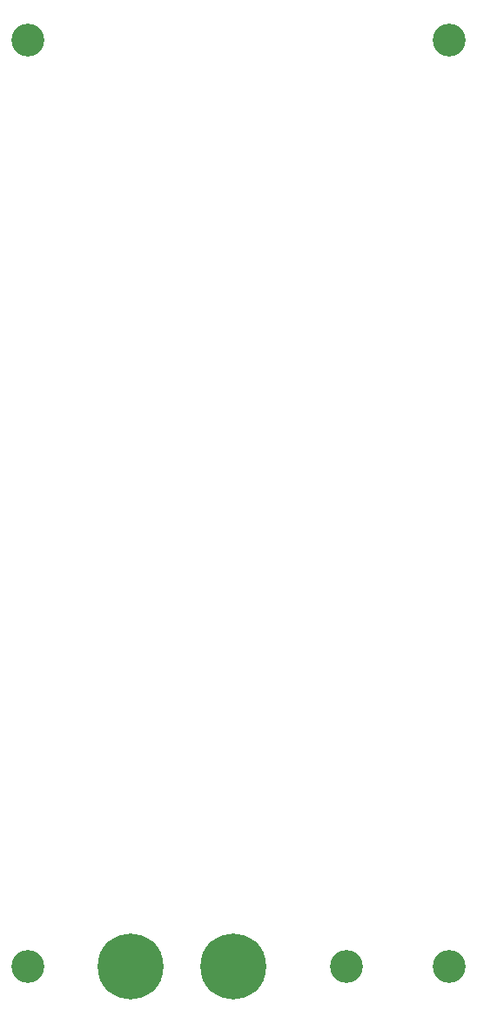
<source format=gbr>
%TF.GenerationSoftware,KiCad,Pcbnew,(5.1.10-1-10_14)*%
%TF.CreationDate,2022-01-16T19:20:25-08:00*%
%TF.ProjectId,Reflow_Heater,5265666c-6f77-45f4-9865-617465722e6b,rev?*%
%TF.SameCoordinates,Original*%
%TF.FileFunction,Soldermask,Top*%
%TF.FilePolarity,Negative*%
%FSLAX46Y46*%
G04 Gerber Fmt 4.6, Leading zero omitted, Abs format (unit mm)*
G04 Created by KiCad (PCBNEW (5.1.10-1-10_14)) date 2022-01-16 19:20:25*
%MOMM*%
%LPD*%
G01*
G04 APERTURE LIST*
%ADD10C,3.200000*%
%ADD11C,6.400000*%
G04 APERTURE END LIST*
D10*
%TO.C,MH5*%
X86000000Y-160000000D03*
%TD*%
%TO.C,MH4*%
X96000000Y-160000000D03*
%TD*%
%TO.C,MH3*%
X96000000Y-70000000D03*
%TD*%
%TO.C,MH2*%
X55000000Y-70000000D03*
%TD*%
%TO.C,MH1*%
X55000000Y-160000000D03*
%TD*%
D11*
%TO.C,J2*%
X75000000Y-160000000D03*
%TD*%
%TO.C,J1*%
X65000000Y-160000000D03*
%TD*%
M02*

</source>
